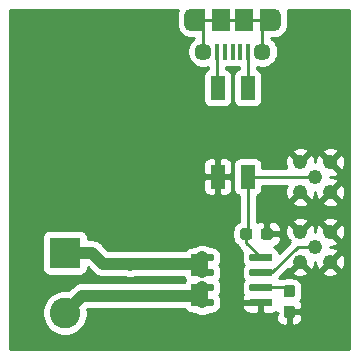
<source format=gtl>
G04 #@! TF.GenerationSoftware,KiCad,Pcbnew,(5.1.5-0)*
G04 #@! TF.CreationDate,2021-08-18T08:54:09-06:00*
G04 #@! TF.ProjectId,imon,696d6f6e-2e6b-4696-9361-645f70636258,rev?*
G04 #@! TF.SameCoordinates,Original*
G04 #@! TF.FileFunction,Copper,L1,Top*
G04 #@! TF.FilePolarity,Positive*
%FSLAX46Y46*%
G04 Gerber Fmt 4.6, Leading zero omitted, Abs format (unit mm)*
G04 Created by KiCad (PCBNEW (5.1.5-0)) date 2021-08-18 08:54:09*
%MOMM*%
%LPD*%
G04 APERTURE LIST*
%ADD10C,0.100000*%
%ADD11C,1.240000*%
%ADD12C,2.600000*%
%ADD13R,2.600000X2.600000*%
%ADD14R,1.200000X1.900000*%
%ADD15O,1.200000X1.900000*%
%ADD16R,1.500000X1.900000*%
%ADD17C,1.450000*%
%ADD18R,0.400000X1.350000*%
%ADD19R,1.200000X2.000000*%
%ADD20C,0.250000*%
%ADD21C,1.000000*%
%ADD22C,0.254000*%
G04 APERTURE END LIST*
G04 #@! TA.AperFunction,SMDPad,CuDef*
D10*
G36*
X142714703Y-91295722D02*
G01*
X142729264Y-91297882D01*
X142743543Y-91301459D01*
X142757403Y-91306418D01*
X142770710Y-91312712D01*
X142783336Y-91320280D01*
X142795159Y-91329048D01*
X142806066Y-91338934D01*
X142815952Y-91349841D01*
X142824720Y-91361664D01*
X142832288Y-91374290D01*
X142838582Y-91387597D01*
X142843541Y-91401457D01*
X142847118Y-91415736D01*
X142849278Y-91430297D01*
X142850000Y-91445000D01*
X142850000Y-91745000D01*
X142849278Y-91759703D01*
X142847118Y-91774264D01*
X142843541Y-91788543D01*
X142838582Y-91802403D01*
X142832288Y-91815710D01*
X142824720Y-91828336D01*
X142815952Y-91840159D01*
X142806066Y-91851066D01*
X142795159Y-91860952D01*
X142783336Y-91869720D01*
X142770710Y-91877288D01*
X142757403Y-91883582D01*
X142743543Y-91888541D01*
X142729264Y-91892118D01*
X142714703Y-91894278D01*
X142700000Y-91895000D01*
X141050000Y-91895000D01*
X141035297Y-91894278D01*
X141020736Y-91892118D01*
X141006457Y-91888541D01*
X140992597Y-91883582D01*
X140979290Y-91877288D01*
X140966664Y-91869720D01*
X140954841Y-91860952D01*
X140943934Y-91851066D01*
X140934048Y-91840159D01*
X140925280Y-91828336D01*
X140917712Y-91815710D01*
X140911418Y-91802403D01*
X140906459Y-91788543D01*
X140902882Y-91774264D01*
X140900722Y-91759703D01*
X140900000Y-91745000D01*
X140900000Y-91445000D01*
X140900722Y-91430297D01*
X140902882Y-91415736D01*
X140906459Y-91401457D01*
X140911418Y-91387597D01*
X140917712Y-91374290D01*
X140925280Y-91361664D01*
X140934048Y-91349841D01*
X140943934Y-91338934D01*
X140954841Y-91329048D01*
X140966664Y-91320280D01*
X140979290Y-91312712D01*
X140992597Y-91306418D01*
X141006457Y-91301459D01*
X141020736Y-91297882D01*
X141035297Y-91295722D01*
X141050000Y-91295000D01*
X142700000Y-91295000D01*
X142714703Y-91295722D01*
G37*
G04 #@! TD.AperFunction*
G04 #@! TA.AperFunction,SMDPad,CuDef*
G36*
X142714703Y-92565722D02*
G01*
X142729264Y-92567882D01*
X142743543Y-92571459D01*
X142757403Y-92576418D01*
X142770710Y-92582712D01*
X142783336Y-92590280D01*
X142795159Y-92599048D01*
X142806066Y-92608934D01*
X142815952Y-92619841D01*
X142824720Y-92631664D01*
X142832288Y-92644290D01*
X142838582Y-92657597D01*
X142843541Y-92671457D01*
X142847118Y-92685736D01*
X142849278Y-92700297D01*
X142850000Y-92715000D01*
X142850000Y-93015000D01*
X142849278Y-93029703D01*
X142847118Y-93044264D01*
X142843541Y-93058543D01*
X142838582Y-93072403D01*
X142832288Y-93085710D01*
X142824720Y-93098336D01*
X142815952Y-93110159D01*
X142806066Y-93121066D01*
X142795159Y-93130952D01*
X142783336Y-93139720D01*
X142770710Y-93147288D01*
X142757403Y-93153582D01*
X142743543Y-93158541D01*
X142729264Y-93162118D01*
X142714703Y-93164278D01*
X142700000Y-93165000D01*
X141050000Y-93165000D01*
X141035297Y-93164278D01*
X141020736Y-93162118D01*
X141006457Y-93158541D01*
X140992597Y-93153582D01*
X140979290Y-93147288D01*
X140966664Y-93139720D01*
X140954841Y-93130952D01*
X140943934Y-93121066D01*
X140934048Y-93110159D01*
X140925280Y-93098336D01*
X140917712Y-93085710D01*
X140911418Y-93072403D01*
X140906459Y-93058543D01*
X140902882Y-93044264D01*
X140900722Y-93029703D01*
X140900000Y-93015000D01*
X140900000Y-92715000D01*
X140900722Y-92700297D01*
X140902882Y-92685736D01*
X140906459Y-92671457D01*
X140911418Y-92657597D01*
X140917712Y-92644290D01*
X140925280Y-92631664D01*
X140934048Y-92619841D01*
X140943934Y-92608934D01*
X140954841Y-92599048D01*
X140966664Y-92590280D01*
X140979290Y-92582712D01*
X140992597Y-92576418D01*
X141006457Y-92571459D01*
X141020736Y-92567882D01*
X141035297Y-92565722D01*
X141050000Y-92565000D01*
X142700000Y-92565000D01*
X142714703Y-92565722D01*
G37*
G04 #@! TD.AperFunction*
G04 #@! TA.AperFunction,SMDPad,CuDef*
G36*
X142714703Y-93835722D02*
G01*
X142729264Y-93837882D01*
X142743543Y-93841459D01*
X142757403Y-93846418D01*
X142770710Y-93852712D01*
X142783336Y-93860280D01*
X142795159Y-93869048D01*
X142806066Y-93878934D01*
X142815952Y-93889841D01*
X142824720Y-93901664D01*
X142832288Y-93914290D01*
X142838582Y-93927597D01*
X142843541Y-93941457D01*
X142847118Y-93955736D01*
X142849278Y-93970297D01*
X142850000Y-93985000D01*
X142850000Y-94285000D01*
X142849278Y-94299703D01*
X142847118Y-94314264D01*
X142843541Y-94328543D01*
X142838582Y-94342403D01*
X142832288Y-94355710D01*
X142824720Y-94368336D01*
X142815952Y-94380159D01*
X142806066Y-94391066D01*
X142795159Y-94400952D01*
X142783336Y-94409720D01*
X142770710Y-94417288D01*
X142757403Y-94423582D01*
X142743543Y-94428541D01*
X142729264Y-94432118D01*
X142714703Y-94434278D01*
X142700000Y-94435000D01*
X141050000Y-94435000D01*
X141035297Y-94434278D01*
X141020736Y-94432118D01*
X141006457Y-94428541D01*
X140992597Y-94423582D01*
X140979290Y-94417288D01*
X140966664Y-94409720D01*
X140954841Y-94400952D01*
X140943934Y-94391066D01*
X140934048Y-94380159D01*
X140925280Y-94368336D01*
X140917712Y-94355710D01*
X140911418Y-94342403D01*
X140906459Y-94328543D01*
X140902882Y-94314264D01*
X140900722Y-94299703D01*
X140900000Y-94285000D01*
X140900000Y-93985000D01*
X140900722Y-93970297D01*
X140902882Y-93955736D01*
X140906459Y-93941457D01*
X140911418Y-93927597D01*
X140917712Y-93914290D01*
X140925280Y-93901664D01*
X140934048Y-93889841D01*
X140943934Y-93878934D01*
X140954841Y-93869048D01*
X140966664Y-93860280D01*
X140979290Y-93852712D01*
X140992597Y-93846418D01*
X141006457Y-93841459D01*
X141020736Y-93837882D01*
X141035297Y-93835722D01*
X141050000Y-93835000D01*
X142700000Y-93835000D01*
X142714703Y-93835722D01*
G37*
G04 #@! TD.AperFunction*
G04 #@! TA.AperFunction,SMDPad,CuDef*
G36*
X142714703Y-95105722D02*
G01*
X142729264Y-95107882D01*
X142743543Y-95111459D01*
X142757403Y-95116418D01*
X142770710Y-95122712D01*
X142783336Y-95130280D01*
X142795159Y-95139048D01*
X142806066Y-95148934D01*
X142815952Y-95159841D01*
X142824720Y-95171664D01*
X142832288Y-95184290D01*
X142838582Y-95197597D01*
X142843541Y-95211457D01*
X142847118Y-95225736D01*
X142849278Y-95240297D01*
X142850000Y-95255000D01*
X142850000Y-95555000D01*
X142849278Y-95569703D01*
X142847118Y-95584264D01*
X142843541Y-95598543D01*
X142838582Y-95612403D01*
X142832288Y-95625710D01*
X142824720Y-95638336D01*
X142815952Y-95650159D01*
X142806066Y-95661066D01*
X142795159Y-95670952D01*
X142783336Y-95679720D01*
X142770710Y-95687288D01*
X142757403Y-95693582D01*
X142743543Y-95698541D01*
X142729264Y-95702118D01*
X142714703Y-95704278D01*
X142700000Y-95705000D01*
X141050000Y-95705000D01*
X141035297Y-95704278D01*
X141020736Y-95702118D01*
X141006457Y-95698541D01*
X140992597Y-95693582D01*
X140979290Y-95687288D01*
X140966664Y-95679720D01*
X140954841Y-95670952D01*
X140943934Y-95661066D01*
X140934048Y-95650159D01*
X140925280Y-95638336D01*
X140917712Y-95625710D01*
X140911418Y-95612403D01*
X140906459Y-95598543D01*
X140902882Y-95584264D01*
X140900722Y-95569703D01*
X140900000Y-95555000D01*
X140900000Y-95255000D01*
X140900722Y-95240297D01*
X140902882Y-95225736D01*
X140906459Y-95211457D01*
X140911418Y-95197597D01*
X140917712Y-95184290D01*
X140925280Y-95171664D01*
X140934048Y-95159841D01*
X140943934Y-95148934D01*
X140954841Y-95139048D01*
X140966664Y-95130280D01*
X140979290Y-95122712D01*
X140992597Y-95116418D01*
X141006457Y-95111459D01*
X141020736Y-95107882D01*
X141035297Y-95105722D01*
X141050000Y-95105000D01*
X142700000Y-95105000D01*
X142714703Y-95105722D01*
G37*
G04 #@! TD.AperFunction*
G04 #@! TA.AperFunction,SMDPad,CuDef*
G36*
X137764703Y-95105722D02*
G01*
X137779264Y-95107882D01*
X137793543Y-95111459D01*
X137807403Y-95116418D01*
X137820710Y-95122712D01*
X137833336Y-95130280D01*
X137845159Y-95139048D01*
X137856066Y-95148934D01*
X137865952Y-95159841D01*
X137874720Y-95171664D01*
X137882288Y-95184290D01*
X137888582Y-95197597D01*
X137893541Y-95211457D01*
X137897118Y-95225736D01*
X137899278Y-95240297D01*
X137900000Y-95255000D01*
X137900000Y-95555000D01*
X137899278Y-95569703D01*
X137897118Y-95584264D01*
X137893541Y-95598543D01*
X137888582Y-95612403D01*
X137882288Y-95625710D01*
X137874720Y-95638336D01*
X137865952Y-95650159D01*
X137856066Y-95661066D01*
X137845159Y-95670952D01*
X137833336Y-95679720D01*
X137820710Y-95687288D01*
X137807403Y-95693582D01*
X137793543Y-95698541D01*
X137779264Y-95702118D01*
X137764703Y-95704278D01*
X137750000Y-95705000D01*
X136100000Y-95705000D01*
X136085297Y-95704278D01*
X136070736Y-95702118D01*
X136056457Y-95698541D01*
X136042597Y-95693582D01*
X136029290Y-95687288D01*
X136016664Y-95679720D01*
X136004841Y-95670952D01*
X135993934Y-95661066D01*
X135984048Y-95650159D01*
X135975280Y-95638336D01*
X135967712Y-95625710D01*
X135961418Y-95612403D01*
X135956459Y-95598543D01*
X135952882Y-95584264D01*
X135950722Y-95569703D01*
X135950000Y-95555000D01*
X135950000Y-95255000D01*
X135950722Y-95240297D01*
X135952882Y-95225736D01*
X135956459Y-95211457D01*
X135961418Y-95197597D01*
X135967712Y-95184290D01*
X135975280Y-95171664D01*
X135984048Y-95159841D01*
X135993934Y-95148934D01*
X136004841Y-95139048D01*
X136016664Y-95130280D01*
X136029290Y-95122712D01*
X136042597Y-95116418D01*
X136056457Y-95111459D01*
X136070736Y-95107882D01*
X136085297Y-95105722D01*
X136100000Y-95105000D01*
X137750000Y-95105000D01*
X137764703Y-95105722D01*
G37*
G04 #@! TD.AperFunction*
G04 #@! TA.AperFunction,SMDPad,CuDef*
G36*
X137764703Y-93835722D02*
G01*
X137779264Y-93837882D01*
X137793543Y-93841459D01*
X137807403Y-93846418D01*
X137820710Y-93852712D01*
X137833336Y-93860280D01*
X137845159Y-93869048D01*
X137856066Y-93878934D01*
X137865952Y-93889841D01*
X137874720Y-93901664D01*
X137882288Y-93914290D01*
X137888582Y-93927597D01*
X137893541Y-93941457D01*
X137897118Y-93955736D01*
X137899278Y-93970297D01*
X137900000Y-93985000D01*
X137900000Y-94285000D01*
X137899278Y-94299703D01*
X137897118Y-94314264D01*
X137893541Y-94328543D01*
X137888582Y-94342403D01*
X137882288Y-94355710D01*
X137874720Y-94368336D01*
X137865952Y-94380159D01*
X137856066Y-94391066D01*
X137845159Y-94400952D01*
X137833336Y-94409720D01*
X137820710Y-94417288D01*
X137807403Y-94423582D01*
X137793543Y-94428541D01*
X137779264Y-94432118D01*
X137764703Y-94434278D01*
X137750000Y-94435000D01*
X136100000Y-94435000D01*
X136085297Y-94434278D01*
X136070736Y-94432118D01*
X136056457Y-94428541D01*
X136042597Y-94423582D01*
X136029290Y-94417288D01*
X136016664Y-94409720D01*
X136004841Y-94400952D01*
X135993934Y-94391066D01*
X135984048Y-94380159D01*
X135975280Y-94368336D01*
X135967712Y-94355710D01*
X135961418Y-94342403D01*
X135956459Y-94328543D01*
X135952882Y-94314264D01*
X135950722Y-94299703D01*
X135950000Y-94285000D01*
X135950000Y-93985000D01*
X135950722Y-93970297D01*
X135952882Y-93955736D01*
X135956459Y-93941457D01*
X135961418Y-93927597D01*
X135967712Y-93914290D01*
X135975280Y-93901664D01*
X135984048Y-93889841D01*
X135993934Y-93878934D01*
X136004841Y-93869048D01*
X136016664Y-93860280D01*
X136029290Y-93852712D01*
X136042597Y-93846418D01*
X136056457Y-93841459D01*
X136070736Y-93837882D01*
X136085297Y-93835722D01*
X136100000Y-93835000D01*
X137750000Y-93835000D01*
X137764703Y-93835722D01*
G37*
G04 #@! TD.AperFunction*
G04 #@! TA.AperFunction,SMDPad,CuDef*
G36*
X137764703Y-92565722D02*
G01*
X137779264Y-92567882D01*
X137793543Y-92571459D01*
X137807403Y-92576418D01*
X137820710Y-92582712D01*
X137833336Y-92590280D01*
X137845159Y-92599048D01*
X137856066Y-92608934D01*
X137865952Y-92619841D01*
X137874720Y-92631664D01*
X137882288Y-92644290D01*
X137888582Y-92657597D01*
X137893541Y-92671457D01*
X137897118Y-92685736D01*
X137899278Y-92700297D01*
X137900000Y-92715000D01*
X137900000Y-93015000D01*
X137899278Y-93029703D01*
X137897118Y-93044264D01*
X137893541Y-93058543D01*
X137888582Y-93072403D01*
X137882288Y-93085710D01*
X137874720Y-93098336D01*
X137865952Y-93110159D01*
X137856066Y-93121066D01*
X137845159Y-93130952D01*
X137833336Y-93139720D01*
X137820710Y-93147288D01*
X137807403Y-93153582D01*
X137793543Y-93158541D01*
X137779264Y-93162118D01*
X137764703Y-93164278D01*
X137750000Y-93165000D01*
X136100000Y-93165000D01*
X136085297Y-93164278D01*
X136070736Y-93162118D01*
X136056457Y-93158541D01*
X136042597Y-93153582D01*
X136029290Y-93147288D01*
X136016664Y-93139720D01*
X136004841Y-93130952D01*
X135993934Y-93121066D01*
X135984048Y-93110159D01*
X135975280Y-93098336D01*
X135967712Y-93085710D01*
X135961418Y-93072403D01*
X135956459Y-93058543D01*
X135952882Y-93044264D01*
X135950722Y-93029703D01*
X135950000Y-93015000D01*
X135950000Y-92715000D01*
X135950722Y-92700297D01*
X135952882Y-92685736D01*
X135956459Y-92671457D01*
X135961418Y-92657597D01*
X135967712Y-92644290D01*
X135975280Y-92631664D01*
X135984048Y-92619841D01*
X135993934Y-92608934D01*
X136004841Y-92599048D01*
X136016664Y-92590280D01*
X136029290Y-92582712D01*
X136042597Y-92576418D01*
X136056457Y-92571459D01*
X136070736Y-92567882D01*
X136085297Y-92565722D01*
X136100000Y-92565000D01*
X137750000Y-92565000D01*
X137764703Y-92565722D01*
G37*
G04 #@! TD.AperFunction*
G04 #@! TA.AperFunction,SMDPad,CuDef*
G36*
X137764703Y-91295722D02*
G01*
X137779264Y-91297882D01*
X137793543Y-91301459D01*
X137807403Y-91306418D01*
X137820710Y-91312712D01*
X137833336Y-91320280D01*
X137845159Y-91329048D01*
X137856066Y-91338934D01*
X137865952Y-91349841D01*
X137874720Y-91361664D01*
X137882288Y-91374290D01*
X137888582Y-91387597D01*
X137893541Y-91401457D01*
X137897118Y-91415736D01*
X137899278Y-91430297D01*
X137900000Y-91445000D01*
X137900000Y-91745000D01*
X137899278Y-91759703D01*
X137897118Y-91774264D01*
X137893541Y-91788543D01*
X137888582Y-91802403D01*
X137882288Y-91815710D01*
X137874720Y-91828336D01*
X137865952Y-91840159D01*
X137856066Y-91851066D01*
X137845159Y-91860952D01*
X137833336Y-91869720D01*
X137820710Y-91877288D01*
X137807403Y-91883582D01*
X137793543Y-91888541D01*
X137779264Y-91892118D01*
X137764703Y-91894278D01*
X137750000Y-91895000D01*
X136100000Y-91895000D01*
X136085297Y-91894278D01*
X136070736Y-91892118D01*
X136056457Y-91888541D01*
X136042597Y-91883582D01*
X136029290Y-91877288D01*
X136016664Y-91869720D01*
X136004841Y-91860952D01*
X135993934Y-91851066D01*
X135984048Y-91840159D01*
X135975280Y-91828336D01*
X135967712Y-91815710D01*
X135961418Y-91802403D01*
X135956459Y-91788543D01*
X135952882Y-91774264D01*
X135950722Y-91759703D01*
X135950000Y-91745000D01*
X135950000Y-91445000D01*
X135950722Y-91430297D01*
X135952882Y-91415736D01*
X135956459Y-91401457D01*
X135961418Y-91387597D01*
X135967712Y-91374290D01*
X135975280Y-91361664D01*
X135984048Y-91349841D01*
X135993934Y-91338934D01*
X136004841Y-91329048D01*
X136016664Y-91320280D01*
X136029290Y-91312712D01*
X136042597Y-91306418D01*
X136056457Y-91301459D01*
X136070736Y-91297882D01*
X136085297Y-91295722D01*
X136100000Y-91295000D01*
X137750000Y-91295000D01*
X137764703Y-91295722D01*
G37*
G04 #@! TD.AperFunction*
D11*
X145230000Y-91970000D03*
X147770000Y-89430000D03*
X147770000Y-91970000D03*
X145230000Y-89430000D03*
X146500000Y-90700000D03*
X145230000Y-86070000D03*
X147770000Y-83530000D03*
X147770000Y-86070000D03*
X145230000Y-83530000D03*
X146500000Y-84800000D03*
D12*
X125300000Y-96280000D03*
D13*
X125300000Y-91200000D03*
D14*
X142400000Y-71462500D03*
X136600000Y-71462500D03*
D15*
X136000000Y-71462500D03*
X143000000Y-71462500D03*
D16*
X140500000Y-71462500D03*
D17*
X137000000Y-74162500D03*
D18*
X139500000Y-74162500D03*
X138850000Y-74162500D03*
X138200000Y-74162500D03*
X140800000Y-74162500D03*
X140150000Y-74162500D03*
D17*
X142000000Y-74162500D03*
D16*
X138500000Y-71462500D03*
D19*
X140770000Y-84750000D03*
X138230000Y-84750000D03*
X138230000Y-77250000D03*
X140770000Y-77250000D03*
G04 #@! TA.AperFunction,SMDPad,CuDef*
D10*
G36*
X142710779Y-89126144D02*
G01*
X142733834Y-89129563D01*
X142756443Y-89135227D01*
X142778387Y-89143079D01*
X142799457Y-89153044D01*
X142819448Y-89165026D01*
X142838168Y-89178910D01*
X142855438Y-89194562D01*
X142871090Y-89211832D01*
X142884974Y-89230552D01*
X142896956Y-89250543D01*
X142906921Y-89271613D01*
X142914773Y-89293557D01*
X142920437Y-89316166D01*
X142923856Y-89339221D01*
X142925000Y-89362500D01*
X142925000Y-89837500D01*
X142923856Y-89860779D01*
X142920437Y-89883834D01*
X142914773Y-89906443D01*
X142906921Y-89928387D01*
X142896956Y-89949457D01*
X142884974Y-89969448D01*
X142871090Y-89988168D01*
X142855438Y-90005438D01*
X142838168Y-90021090D01*
X142819448Y-90034974D01*
X142799457Y-90046956D01*
X142778387Y-90056921D01*
X142756443Y-90064773D01*
X142733834Y-90070437D01*
X142710779Y-90073856D01*
X142687500Y-90075000D01*
X142112500Y-90075000D01*
X142089221Y-90073856D01*
X142066166Y-90070437D01*
X142043557Y-90064773D01*
X142021613Y-90056921D01*
X142000543Y-90046956D01*
X141980552Y-90034974D01*
X141961832Y-90021090D01*
X141944562Y-90005438D01*
X141928910Y-89988168D01*
X141915026Y-89969448D01*
X141903044Y-89949457D01*
X141893079Y-89928387D01*
X141885227Y-89906443D01*
X141879563Y-89883834D01*
X141876144Y-89860779D01*
X141875000Y-89837500D01*
X141875000Y-89362500D01*
X141876144Y-89339221D01*
X141879563Y-89316166D01*
X141885227Y-89293557D01*
X141893079Y-89271613D01*
X141903044Y-89250543D01*
X141915026Y-89230552D01*
X141928910Y-89211832D01*
X141944562Y-89194562D01*
X141961832Y-89178910D01*
X141980552Y-89165026D01*
X142000543Y-89153044D01*
X142021613Y-89143079D01*
X142043557Y-89135227D01*
X142066166Y-89129563D01*
X142089221Y-89126144D01*
X142112500Y-89125000D01*
X142687500Y-89125000D01*
X142710779Y-89126144D01*
G37*
G04 #@! TD.AperFunction*
G04 #@! TA.AperFunction,SMDPad,CuDef*
G36*
X140960779Y-89126144D02*
G01*
X140983834Y-89129563D01*
X141006443Y-89135227D01*
X141028387Y-89143079D01*
X141049457Y-89153044D01*
X141069448Y-89165026D01*
X141088168Y-89178910D01*
X141105438Y-89194562D01*
X141121090Y-89211832D01*
X141134974Y-89230552D01*
X141146956Y-89250543D01*
X141156921Y-89271613D01*
X141164773Y-89293557D01*
X141170437Y-89316166D01*
X141173856Y-89339221D01*
X141175000Y-89362500D01*
X141175000Y-89837500D01*
X141173856Y-89860779D01*
X141170437Y-89883834D01*
X141164773Y-89906443D01*
X141156921Y-89928387D01*
X141146956Y-89949457D01*
X141134974Y-89969448D01*
X141121090Y-89988168D01*
X141105438Y-90005438D01*
X141088168Y-90021090D01*
X141069448Y-90034974D01*
X141049457Y-90046956D01*
X141028387Y-90056921D01*
X141006443Y-90064773D01*
X140983834Y-90070437D01*
X140960779Y-90073856D01*
X140937500Y-90075000D01*
X140362500Y-90075000D01*
X140339221Y-90073856D01*
X140316166Y-90070437D01*
X140293557Y-90064773D01*
X140271613Y-90056921D01*
X140250543Y-90046956D01*
X140230552Y-90034974D01*
X140211832Y-90021090D01*
X140194562Y-90005438D01*
X140178910Y-89988168D01*
X140165026Y-89969448D01*
X140153044Y-89949457D01*
X140143079Y-89928387D01*
X140135227Y-89906443D01*
X140129563Y-89883834D01*
X140126144Y-89860779D01*
X140125000Y-89837500D01*
X140125000Y-89362500D01*
X140126144Y-89339221D01*
X140129563Y-89316166D01*
X140135227Y-89293557D01*
X140143079Y-89271613D01*
X140153044Y-89250543D01*
X140165026Y-89230552D01*
X140178910Y-89211832D01*
X140194562Y-89194562D01*
X140211832Y-89178910D01*
X140230552Y-89165026D01*
X140250543Y-89153044D01*
X140271613Y-89143079D01*
X140293557Y-89135227D01*
X140316166Y-89129563D01*
X140339221Y-89126144D01*
X140362500Y-89125000D01*
X140937500Y-89125000D01*
X140960779Y-89126144D01*
G37*
G04 #@! TD.AperFunction*
G04 #@! TA.AperFunction,SMDPad,CuDef*
G36*
X144560779Y-95676144D02*
G01*
X144583834Y-95679563D01*
X144606443Y-95685227D01*
X144628387Y-95693079D01*
X144649457Y-95703044D01*
X144669448Y-95715026D01*
X144688168Y-95728910D01*
X144705438Y-95744562D01*
X144721090Y-95761832D01*
X144734974Y-95780552D01*
X144746956Y-95800543D01*
X144756921Y-95821613D01*
X144764773Y-95843557D01*
X144770437Y-95866166D01*
X144773856Y-95889221D01*
X144775000Y-95912500D01*
X144775000Y-96487500D01*
X144773856Y-96510779D01*
X144770437Y-96533834D01*
X144764773Y-96556443D01*
X144756921Y-96578387D01*
X144746956Y-96599457D01*
X144734974Y-96619448D01*
X144721090Y-96638168D01*
X144705438Y-96655438D01*
X144688168Y-96671090D01*
X144669448Y-96684974D01*
X144649457Y-96696956D01*
X144628387Y-96706921D01*
X144606443Y-96714773D01*
X144583834Y-96720437D01*
X144560779Y-96723856D01*
X144537500Y-96725000D01*
X144062500Y-96725000D01*
X144039221Y-96723856D01*
X144016166Y-96720437D01*
X143993557Y-96714773D01*
X143971613Y-96706921D01*
X143950543Y-96696956D01*
X143930552Y-96684974D01*
X143911832Y-96671090D01*
X143894562Y-96655438D01*
X143878910Y-96638168D01*
X143865026Y-96619448D01*
X143853044Y-96599457D01*
X143843079Y-96578387D01*
X143835227Y-96556443D01*
X143829563Y-96533834D01*
X143826144Y-96510779D01*
X143825000Y-96487500D01*
X143825000Y-95912500D01*
X143826144Y-95889221D01*
X143829563Y-95866166D01*
X143835227Y-95843557D01*
X143843079Y-95821613D01*
X143853044Y-95800543D01*
X143865026Y-95780552D01*
X143878910Y-95761832D01*
X143894562Y-95744562D01*
X143911832Y-95728910D01*
X143930552Y-95715026D01*
X143950543Y-95703044D01*
X143971613Y-95693079D01*
X143993557Y-95685227D01*
X144016166Y-95679563D01*
X144039221Y-95676144D01*
X144062500Y-95675000D01*
X144537500Y-95675000D01*
X144560779Y-95676144D01*
G37*
G04 #@! TD.AperFunction*
G04 #@! TA.AperFunction,SMDPad,CuDef*
G36*
X144560779Y-93926144D02*
G01*
X144583834Y-93929563D01*
X144606443Y-93935227D01*
X144628387Y-93943079D01*
X144649457Y-93953044D01*
X144669448Y-93965026D01*
X144688168Y-93978910D01*
X144705438Y-93994562D01*
X144721090Y-94011832D01*
X144734974Y-94030552D01*
X144746956Y-94050543D01*
X144756921Y-94071613D01*
X144764773Y-94093557D01*
X144770437Y-94116166D01*
X144773856Y-94139221D01*
X144775000Y-94162500D01*
X144775000Y-94737500D01*
X144773856Y-94760779D01*
X144770437Y-94783834D01*
X144764773Y-94806443D01*
X144756921Y-94828387D01*
X144746956Y-94849457D01*
X144734974Y-94869448D01*
X144721090Y-94888168D01*
X144705438Y-94905438D01*
X144688168Y-94921090D01*
X144669448Y-94934974D01*
X144649457Y-94946956D01*
X144628387Y-94956921D01*
X144606443Y-94964773D01*
X144583834Y-94970437D01*
X144560779Y-94973856D01*
X144537500Y-94975000D01*
X144062500Y-94975000D01*
X144039221Y-94973856D01*
X144016166Y-94970437D01*
X143993557Y-94964773D01*
X143971613Y-94956921D01*
X143950543Y-94946956D01*
X143930552Y-94934974D01*
X143911832Y-94921090D01*
X143894562Y-94905438D01*
X143878910Y-94888168D01*
X143865026Y-94869448D01*
X143853044Y-94849457D01*
X143843079Y-94828387D01*
X143835227Y-94806443D01*
X143829563Y-94783834D01*
X143826144Y-94760779D01*
X143825000Y-94737500D01*
X143825000Y-94162500D01*
X143826144Y-94139221D01*
X143829563Y-94116166D01*
X143835227Y-94093557D01*
X143843079Y-94071613D01*
X143853044Y-94050543D01*
X143865026Y-94030552D01*
X143878910Y-94011832D01*
X143894562Y-93994562D01*
X143911832Y-93978910D01*
X143930552Y-93965026D01*
X143950543Y-93953044D01*
X143971613Y-93943079D01*
X143993557Y-93935227D01*
X144016166Y-93929563D01*
X144039221Y-93926144D01*
X144062500Y-93925000D01*
X144537500Y-93925000D01*
X144560779Y-93926144D01*
G37*
G04 #@! TD.AperFunction*
D20*
X143985000Y-94135000D02*
X144300000Y-94450000D01*
X141875000Y-94135000D02*
X143985000Y-94135000D01*
X140770000Y-89480000D02*
X140650000Y-89600000D01*
X140770000Y-84750000D02*
X140770000Y-89480000D01*
X140650000Y-90370000D02*
X141875000Y-91595000D01*
X140650000Y-89600000D02*
X140650000Y-90370000D01*
X146450000Y-84750000D02*
X146500000Y-84800000D01*
X140770000Y-84750000D02*
X146450000Y-84750000D01*
X140800000Y-77220000D02*
X140770000Y-77250000D01*
X140800000Y-74162500D02*
X140800000Y-77220000D01*
X136850000Y-71462500D02*
X136000000Y-71462500D01*
X137000000Y-71612500D02*
X136850000Y-71462500D01*
X137000000Y-74162500D02*
X137000000Y-71612500D01*
X142150000Y-71462500D02*
X143000000Y-71462500D01*
X142000000Y-71612500D02*
X142150000Y-71462500D01*
X142000000Y-74162500D02*
X142000000Y-71612500D01*
X136600000Y-71462500D02*
X142400000Y-71462500D01*
D21*
X136925000Y-94825000D02*
X131025000Y-94825000D01*
X136925000Y-94135000D02*
X136925000Y-94825000D01*
X136925000Y-94825000D02*
X136925000Y-95405000D01*
X126755000Y-94825000D02*
X131025000Y-94825000D01*
X125300000Y-96280000D02*
X126755000Y-94825000D01*
X136925000Y-92125000D02*
X130925000Y-92125000D01*
X136925000Y-92865000D02*
X136925000Y-92125000D01*
X136925000Y-92125000D02*
X136925000Y-91595000D01*
X130925000Y-92125000D02*
X130850000Y-92200000D01*
X127600000Y-91200000D02*
X128525000Y-92125000D01*
X128525000Y-92125000D02*
X130925000Y-92125000D01*
X125300000Y-91200000D02*
X127600000Y-91200000D01*
D20*
X145623188Y-90700000D02*
X146500000Y-90700000D01*
X145015000Y-90700000D02*
X145623188Y-90700000D01*
X142850000Y-92865000D02*
X145015000Y-90700000D01*
X141875000Y-92865000D02*
X142850000Y-92865000D01*
X138200000Y-77220000D02*
X138230000Y-77250000D01*
X138200000Y-74162500D02*
X138200000Y-77220000D01*
D22*
G36*
X134782870Y-70870398D02*
G01*
X134765000Y-71051835D01*
X134765000Y-71873164D01*
X134782870Y-72054601D01*
X134853489Y-72287400D01*
X134968167Y-72501948D01*
X135122498Y-72690002D01*
X135310551Y-72844333D01*
X135525099Y-72959011D01*
X135757898Y-73029630D01*
X136000000Y-73053475D01*
X136029474Y-73050572D01*
X136216183Y-73050572D01*
X136133051Y-73106119D01*
X135943619Y-73295551D01*
X135794784Y-73518299D01*
X135692264Y-73765803D01*
X135640000Y-74028552D01*
X135640000Y-74296448D01*
X135692264Y-74559197D01*
X135794784Y-74806701D01*
X135943619Y-75029449D01*
X136133051Y-75218881D01*
X136355799Y-75367716D01*
X136603303Y-75470236D01*
X136866052Y-75522500D01*
X137133948Y-75522500D01*
X137396697Y-75470236D01*
X137440000Y-75452299D01*
X137440000Y-75644063D01*
X137385820Y-75660498D01*
X137275506Y-75719463D01*
X137178815Y-75798815D01*
X137099463Y-75895506D01*
X137040498Y-76005820D01*
X137004188Y-76125518D01*
X136991928Y-76250000D01*
X136991928Y-78250000D01*
X137004188Y-78374482D01*
X137040498Y-78494180D01*
X137099463Y-78604494D01*
X137178815Y-78701185D01*
X137275506Y-78780537D01*
X137385820Y-78839502D01*
X137505518Y-78875812D01*
X137630000Y-78888072D01*
X138830000Y-78888072D01*
X138954482Y-78875812D01*
X139074180Y-78839502D01*
X139184494Y-78780537D01*
X139281185Y-78701185D01*
X139360537Y-78604494D01*
X139419502Y-78494180D01*
X139455812Y-78374482D01*
X139468072Y-78250000D01*
X139468072Y-76250000D01*
X139455812Y-76125518D01*
X139419502Y-76005820D01*
X139360537Y-75895506D01*
X139281185Y-75798815D01*
X139184494Y-75719463D01*
X139074180Y-75660498D01*
X138960000Y-75625862D01*
X138960000Y-75475572D01*
X139050000Y-75475572D01*
X139174482Y-75463312D01*
X139175000Y-75463155D01*
X139175518Y-75463312D01*
X139300000Y-75475572D01*
X139700000Y-75475572D01*
X139824482Y-75463312D01*
X139825000Y-75463155D01*
X139825518Y-75463312D01*
X139950000Y-75475572D01*
X140040000Y-75475572D01*
X140040000Y-75625862D01*
X139925820Y-75660498D01*
X139815506Y-75719463D01*
X139718815Y-75798815D01*
X139639463Y-75895506D01*
X139580498Y-76005820D01*
X139544188Y-76125518D01*
X139531928Y-76250000D01*
X139531928Y-78250000D01*
X139544188Y-78374482D01*
X139580498Y-78494180D01*
X139639463Y-78604494D01*
X139718815Y-78701185D01*
X139815506Y-78780537D01*
X139925820Y-78839502D01*
X140045518Y-78875812D01*
X140170000Y-78888072D01*
X141370000Y-78888072D01*
X141494482Y-78875812D01*
X141614180Y-78839502D01*
X141724494Y-78780537D01*
X141821185Y-78701185D01*
X141900537Y-78604494D01*
X141959502Y-78494180D01*
X141995812Y-78374482D01*
X142008072Y-78250000D01*
X142008072Y-76250000D01*
X141995812Y-76125518D01*
X141959502Y-76005820D01*
X141900537Y-75895506D01*
X141821185Y-75798815D01*
X141724494Y-75719463D01*
X141614180Y-75660498D01*
X141560000Y-75644063D01*
X141560000Y-75452299D01*
X141603303Y-75470236D01*
X141866052Y-75522500D01*
X142133948Y-75522500D01*
X142396697Y-75470236D01*
X142644201Y-75367716D01*
X142866949Y-75218881D01*
X143056381Y-75029449D01*
X143205216Y-74806701D01*
X143307736Y-74559197D01*
X143360000Y-74296448D01*
X143360000Y-74028552D01*
X143307736Y-73765803D01*
X143205216Y-73518299D01*
X143056381Y-73295551D01*
X142866949Y-73106119D01*
X142783817Y-73050572D01*
X142970526Y-73050572D01*
X143000000Y-73053475D01*
X143242102Y-73029630D01*
X143474901Y-72959011D01*
X143689449Y-72844333D01*
X143877502Y-72690002D01*
X144031833Y-72501949D01*
X144146511Y-72287401D01*
X144217130Y-72054601D01*
X144235000Y-71873164D01*
X144235000Y-71051835D01*
X144217130Y-70870398D01*
X144153306Y-70660000D01*
X149340000Y-70660000D01*
X149340001Y-99340000D01*
X120660000Y-99340000D01*
X120660000Y-89900000D01*
X123361928Y-89900000D01*
X123361928Y-92500000D01*
X123374188Y-92624482D01*
X123410498Y-92744180D01*
X123469463Y-92854494D01*
X123548815Y-92951185D01*
X123645506Y-93030537D01*
X123755820Y-93089502D01*
X123875518Y-93125812D01*
X124000000Y-93138072D01*
X126600000Y-93138072D01*
X126724482Y-93125812D01*
X126844180Y-93089502D01*
X126954494Y-93030537D01*
X127051185Y-92951185D01*
X127130537Y-92854494D01*
X127189502Y-92744180D01*
X127225812Y-92624482D01*
X127238072Y-92500000D01*
X127238072Y-92443204D01*
X127683013Y-92888145D01*
X127718551Y-92931449D01*
X127761854Y-92966987D01*
X127761856Y-92966989D01*
X127809937Y-93006448D01*
X127891377Y-93073284D01*
X128088553Y-93178676D01*
X128302501Y-93243577D01*
X128437936Y-93256916D01*
X128525000Y-93265491D01*
X128580752Y-93260000D01*
X130434401Y-93260000D01*
X130627502Y-93318577D01*
X130850000Y-93340491D01*
X131072498Y-93318577D01*
X131265599Y-93260000D01*
X135354752Y-93260000D01*
X135371916Y-93316582D01*
X135444742Y-93452829D01*
X135483454Y-93500000D01*
X135444742Y-93547171D01*
X135371916Y-93683418D01*
X135369919Y-93690000D01*
X126810752Y-93690000D01*
X126755000Y-93684509D01*
X126532501Y-93706423D01*
X126318553Y-93771324D01*
X126121377Y-93876716D01*
X125991856Y-93983011D01*
X125991854Y-93983013D01*
X125948551Y-94018551D01*
X125913013Y-94061854D01*
X125606758Y-94368109D01*
X125490581Y-94345000D01*
X125109419Y-94345000D01*
X124735581Y-94419361D01*
X124383434Y-94565225D01*
X124066509Y-94776987D01*
X123796987Y-95046509D01*
X123585225Y-95363434D01*
X123439361Y-95715581D01*
X123365000Y-96089419D01*
X123365000Y-96470581D01*
X123439361Y-96844419D01*
X123585225Y-97196566D01*
X123796987Y-97513491D01*
X124066509Y-97783013D01*
X124383434Y-97994775D01*
X124735581Y-98140639D01*
X125109419Y-98215000D01*
X125490581Y-98215000D01*
X125864419Y-98140639D01*
X126216566Y-97994775D01*
X126533491Y-97783013D01*
X126803013Y-97513491D01*
X127014775Y-97196566D01*
X127160639Y-96844419D01*
X127235000Y-96470581D01*
X127235000Y-96089419D01*
X127211891Y-95973242D01*
X127225133Y-95960000D01*
X135427194Y-95960000D01*
X135444742Y-95992829D01*
X135542749Y-96112251D01*
X135662171Y-96210258D01*
X135798418Y-96283084D01*
X135946255Y-96327929D01*
X136100000Y-96343072D01*
X136278935Y-96343072D01*
X136291378Y-96353284D01*
X136488554Y-96458676D01*
X136702502Y-96523577D01*
X136925000Y-96545491D01*
X137147499Y-96523577D01*
X137361447Y-96458676D01*
X137558623Y-96353284D01*
X137571066Y-96343072D01*
X137750000Y-96343072D01*
X137903745Y-96327929D01*
X138051582Y-96283084D01*
X138187829Y-96210258D01*
X138307251Y-96112251D01*
X138405258Y-95992829D01*
X138478084Y-95856582D01*
X138522929Y-95708745D01*
X138523297Y-95705000D01*
X140261928Y-95705000D01*
X140274188Y-95829482D01*
X140310498Y-95949180D01*
X140369463Y-96059494D01*
X140448815Y-96156185D01*
X140545506Y-96235537D01*
X140655820Y-96294502D01*
X140775518Y-96330812D01*
X140900000Y-96343072D01*
X141589250Y-96340000D01*
X141748000Y-96181250D01*
X141748000Y-95532000D01*
X140423750Y-95532000D01*
X140265000Y-95690750D01*
X140261928Y-95705000D01*
X138523297Y-95705000D01*
X138538072Y-95555000D01*
X138538072Y-95255000D01*
X138522929Y-95101255D01*
X138478084Y-94953418D01*
X138405258Y-94817171D01*
X138366546Y-94770000D01*
X138405258Y-94722829D01*
X138478084Y-94586582D01*
X138522929Y-94438745D01*
X138538072Y-94285000D01*
X138538072Y-93985000D01*
X138522929Y-93831255D01*
X138478084Y-93683418D01*
X138405258Y-93547171D01*
X138366546Y-93500000D01*
X138405258Y-93452829D01*
X138478084Y-93316582D01*
X138522929Y-93168745D01*
X138538072Y-93015000D01*
X138538072Y-92715000D01*
X138522929Y-92561255D01*
X138478084Y-92413418D01*
X138405258Y-92277171D01*
X138366546Y-92230000D01*
X138405258Y-92182829D01*
X138478084Y-92046582D01*
X138522929Y-91898745D01*
X138538072Y-91745000D01*
X138538072Y-91445000D01*
X138522929Y-91291255D01*
X138478084Y-91143418D01*
X138405258Y-91007171D01*
X138307251Y-90887749D01*
X138187829Y-90789742D01*
X138051582Y-90716916D01*
X137903745Y-90672071D01*
X137750000Y-90656928D01*
X137571066Y-90656928D01*
X137558623Y-90646716D01*
X137361447Y-90541324D01*
X137147499Y-90476423D01*
X136925000Y-90454509D01*
X136702502Y-90476423D01*
X136488554Y-90541324D01*
X136291378Y-90646716D01*
X136278935Y-90656928D01*
X136100000Y-90656928D01*
X135946255Y-90672071D01*
X135798418Y-90716916D01*
X135662171Y-90789742D01*
X135542749Y-90887749D01*
X135458834Y-90990000D01*
X130980751Y-90990000D01*
X130924999Y-90984509D01*
X130869248Y-90990000D01*
X128995132Y-90990000D01*
X128441995Y-90436864D01*
X128406449Y-90393551D01*
X128233623Y-90251716D01*
X128036447Y-90146324D01*
X127822499Y-90081423D01*
X127655752Y-90065000D01*
X127655751Y-90065000D01*
X127600000Y-90059509D01*
X127544249Y-90065000D01*
X127238072Y-90065000D01*
X127238072Y-89900000D01*
X127225812Y-89775518D01*
X127189502Y-89655820D01*
X127130537Y-89545506D01*
X127051185Y-89448815D01*
X126954494Y-89369463D01*
X126941468Y-89362500D01*
X139486928Y-89362500D01*
X139486928Y-89837500D01*
X139503752Y-90008316D01*
X139553577Y-90172567D01*
X139634488Y-90323942D01*
X139743377Y-90456623D01*
X139876058Y-90565512D01*
X139922668Y-90590425D01*
X139927252Y-90605537D01*
X139944454Y-90662246D01*
X140015026Y-90794276D01*
X140059926Y-90848986D01*
X140110000Y-90910001D01*
X140138998Y-90933799D01*
X140331217Y-91126018D01*
X140321916Y-91143418D01*
X140277071Y-91291255D01*
X140261928Y-91445000D01*
X140261928Y-91745000D01*
X140277071Y-91898745D01*
X140321916Y-92046582D01*
X140394742Y-92182829D01*
X140433454Y-92230000D01*
X140394742Y-92277171D01*
X140321916Y-92413418D01*
X140277071Y-92561255D01*
X140261928Y-92715000D01*
X140261928Y-93015000D01*
X140277071Y-93168745D01*
X140321916Y-93316582D01*
X140394742Y-93452829D01*
X140433454Y-93500000D01*
X140394742Y-93547171D01*
X140321916Y-93683418D01*
X140277071Y-93831255D01*
X140261928Y-93985000D01*
X140261928Y-94285000D01*
X140277071Y-94438745D01*
X140321916Y-94586582D01*
X140393730Y-94720936D01*
X140369463Y-94750506D01*
X140310498Y-94860820D01*
X140274188Y-94980518D01*
X140261928Y-95105000D01*
X140265000Y-95119250D01*
X140423750Y-95278000D01*
X141748000Y-95278000D01*
X141748000Y-95258000D01*
X142002000Y-95258000D01*
X142002000Y-95278000D01*
X142022000Y-95278000D01*
X142022000Y-95532000D01*
X142002000Y-95532000D01*
X142002000Y-96181250D01*
X142160750Y-96340000D01*
X142850000Y-96343072D01*
X142974482Y-96330812D01*
X143094180Y-96294502D01*
X143190000Y-96243284D01*
X143190000Y-96327002D01*
X143348748Y-96327002D01*
X143190000Y-96485750D01*
X143186928Y-96725000D01*
X143199188Y-96849482D01*
X143235498Y-96969180D01*
X143294463Y-97079494D01*
X143373815Y-97176185D01*
X143470506Y-97255537D01*
X143580820Y-97314502D01*
X143700518Y-97350812D01*
X143825000Y-97363072D01*
X144014250Y-97360000D01*
X144173000Y-97201250D01*
X144173000Y-96327000D01*
X144427000Y-96327000D01*
X144427000Y-97201250D01*
X144585750Y-97360000D01*
X144775000Y-97363072D01*
X144899482Y-97350812D01*
X145019180Y-97314502D01*
X145129494Y-97255537D01*
X145226185Y-97176185D01*
X145305537Y-97079494D01*
X145364502Y-96969180D01*
X145400812Y-96849482D01*
X145413072Y-96725000D01*
X145410000Y-96485750D01*
X145251250Y-96327000D01*
X144427000Y-96327000D01*
X144173000Y-96327000D01*
X144153000Y-96327000D01*
X144153000Y-96073000D01*
X144173000Y-96073000D01*
X144173000Y-96053000D01*
X144427000Y-96053000D01*
X144427000Y-96073000D01*
X145251250Y-96073000D01*
X145410000Y-95914250D01*
X145413072Y-95675000D01*
X145400812Y-95550518D01*
X145364502Y-95430820D01*
X145305537Y-95320506D01*
X145245901Y-95247839D01*
X145265512Y-95223942D01*
X145346423Y-95072567D01*
X145396248Y-94908316D01*
X145413072Y-94737500D01*
X145413072Y-94162500D01*
X145396248Y-93991684D01*
X145346423Y-93827433D01*
X145265512Y-93676058D01*
X145156623Y-93543377D01*
X145023942Y-93434488D01*
X144872567Y-93353577D01*
X144708316Y-93303752D01*
X144537500Y-93286928D01*
X144062500Y-93286928D01*
X143891684Y-93303752D01*
X143727433Y-93353577D01*
X143687353Y-93375000D01*
X143414801Y-93375000D01*
X143955729Y-92834072D01*
X144545533Y-92834072D01*
X144595274Y-93059691D01*
X144820058Y-93162582D01*
X145060596Y-93219642D01*
X145307645Y-93228680D01*
X145551709Y-93189347D01*
X145783410Y-93103156D01*
X145864726Y-93059691D01*
X145914467Y-92834072D01*
X147085533Y-92834072D01*
X147135274Y-93059691D01*
X147360058Y-93162582D01*
X147600596Y-93219642D01*
X147847645Y-93228680D01*
X148091709Y-93189347D01*
X148323410Y-93103156D01*
X148404726Y-93059691D01*
X148454467Y-92834072D01*
X147770000Y-92149605D01*
X147085533Y-92834072D01*
X145914467Y-92834072D01*
X145230000Y-92149605D01*
X144545533Y-92834072D01*
X143955729Y-92834072D01*
X144176989Y-92612813D01*
X144365928Y-92654467D01*
X145050395Y-91970000D01*
X145036253Y-91955858D01*
X145215858Y-91776253D01*
X145230000Y-91790395D01*
X145244143Y-91776253D01*
X145423748Y-91955858D01*
X145409605Y-91970000D01*
X146094072Y-92654467D01*
X146319691Y-92604726D01*
X146422582Y-92379942D01*
X146479642Y-92139404D01*
X146486388Y-91955000D01*
X146514709Y-91955000D01*
X146511320Y-92047645D01*
X146550653Y-92291709D01*
X146636844Y-92523410D01*
X146680309Y-92604726D01*
X146905928Y-92654467D01*
X147590395Y-91970000D01*
X147949605Y-91970000D01*
X148634072Y-92654467D01*
X148859691Y-92604726D01*
X148962582Y-92379942D01*
X149019642Y-92139404D01*
X149028680Y-91892355D01*
X148989347Y-91648291D01*
X148903156Y-91416590D01*
X148859691Y-91335274D01*
X148634072Y-91285533D01*
X147949605Y-91970000D01*
X147590395Y-91970000D01*
X147576253Y-91955858D01*
X147755858Y-91776253D01*
X147770000Y-91790395D01*
X148454467Y-91105928D01*
X148404726Y-90880309D01*
X148179942Y-90777418D01*
X147939404Y-90720358D01*
X147755000Y-90713612D01*
X147755000Y-90685291D01*
X147847645Y-90688680D01*
X148091709Y-90649347D01*
X148323410Y-90563156D01*
X148404726Y-90519691D01*
X148454467Y-90294072D01*
X147770000Y-89609605D01*
X147755858Y-89623748D01*
X147576253Y-89444143D01*
X147590395Y-89430000D01*
X147949605Y-89430000D01*
X148634072Y-90114467D01*
X148859691Y-90064726D01*
X148962582Y-89839942D01*
X149019642Y-89599404D01*
X149028680Y-89352355D01*
X148989347Y-89108291D01*
X148903156Y-88876590D01*
X148859691Y-88795274D01*
X148634072Y-88745533D01*
X147949605Y-89430000D01*
X147590395Y-89430000D01*
X146905928Y-88745533D01*
X146680309Y-88795274D01*
X146577418Y-89020058D01*
X146520358Y-89260596D01*
X146513612Y-89445000D01*
X146485291Y-89445000D01*
X146488680Y-89352355D01*
X146449347Y-89108291D01*
X146363156Y-88876590D01*
X146319691Y-88795274D01*
X146094072Y-88745533D01*
X145409605Y-89430000D01*
X145423748Y-89444143D01*
X145244143Y-89623748D01*
X145230000Y-89609605D01*
X145215858Y-89623748D01*
X145036253Y-89444143D01*
X145050395Y-89430000D01*
X144365928Y-88745533D01*
X144140309Y-88795274D01*
X144037418Y-89020058D01*
X143980358Y-89260596D01*
X143971320Y-89507645D01*
X144010653Y-89751709D01*
X144096844Y-89983410D01*
X144140309Y-90064726D01*
X144365926Y-90114466D01*
X144248918Y-90231474D01*
X144328821Y-90311377D01*
X143444072Y-91196126D01*
X143428084Y-91143418D01*
X143355258Y-91007171D01*
X143257251Y-90887749D01*
X143137829Y-90789742D01*
X143001582Y-90716916D01*
X142973246Y-90708320D01*
X143049482Y-90700812D01*
X143169180Y-90664502D01*
X143279494Y-90605537D01*
X143376185Y-90526185D01*
X143455537Y-90429494D01*
X143514502Y-90319180D01*
X143550812Y-90199482D01*
X143563072Y-90075000D01*
X143560000Y-89885750D01*
X143401250Y-89727000D01*
X142527000Y-89727000D01*
X142527000Y-89747000D01*
X142273000Y-89747000D01*
X142273000Y-89727000D01*
X142253000Y-89727000D01*
X142253000Y-89473000D01*
X142273000Y-89473000D01*
X142273000Y-88648750D01*
X142527000Y-88648750D01*
X142527000Y-89473000D01*
X143401250Y-89473000D01*
X143560000Y-89314250D01*
X143563072Y-89125000D01*
X143550812Y-89000518D01*
X143514502Y-88880820D01*
X143455537Y-88770506D01*
X143376185Y-88673815D01*
X143279494Y-88594463D01*
X143226110Y-88565928D01*
X144545533Y-88565928D01*
X145230000Y-89250395D01*
X145914467Y-88565928D01*
X147085533Y-88565928D01*
X147770000Y-89250395D01*
X148454467Y-88565928D01*
X148404726Y-88340309D01*
X148179942Y-88237418D01*
X147939404Y-88180358D01*
X147692355Y-88171320D01*
X147448291Y-88210653D01*
X147216590Y-88296844D01*
X147135274Y-88340309D01*
X147085533Y-88565928D01*
X145914467Y-88565928D01*
X145864726Y-88340309D01*
X145639942Y-88237418D01*
X145399404Y-88180358D01*
X145152355Y-88171320D01*
X144908291Y-88210653D01*
X144676590Y-88296844D01*
X144595274Y-88340309D01*
X144545533Y-88565928D01*
X143226110Y-88565928D01*
X143169180Y-88535498D01*
X143049482Y-88499188D01*
X142925000Y-88486928D01*
X142685750Y-88490000D01*
X142527000Y-88648750D01*
X142273000Y-88648750D01*
X142114250Y-88490000D01*
X141875000Y-88486928D01*
X141750518Y-88499188D01*
X141630820Y-88535498D01*
X141530000Y-88589388D01*
X141530000Y-86934072D01*
X144545533Y-86934072D01*
X144595274Y-87159691D01*
X144820058Y-87262582D01*
X145060596Y-87319642D01*
X145307645Y-87328680D01*
X145551709Y-87289347D01*
X145783410Y-87203156D01*
X145864726Y-87159691D01*
X145914467Y-86934072D01*
X147085533Y-86934072D01*
X147135274Y-87159691D01*
X147360058Y-87262582D01*
X147600596Y-87319642D01*
X147847645Y-87328680D01*
X148091709Y-87289347D01*
X148323410Y-87203156D01*
X148404726Y-87159691D01*
X148454467Y-86934072D01*
X147770000Y-86249605D01*
X147085533Y-86934072D01*
X145914467Y-86934072D01*
X145230000Y-86249605D01*
X144545533Y-86934072D01*
X141530000Y-86934072D01*
X141530000Y-86365038D01*
X141614180Y-86339502D01*
X141724494Y-86280537D01*
X141821185Y-86201185D01*
X141900537Y-86104494D01*
X141959502Y-85994180D01*
X141995812Y-85874482D01*
X142008072Y-85750000D01*
X142008072Y-85510000D01*
X144106104Y-85510000D01*
X144037418Y-85660058D01*
X143980358Y-85900596D01*
X143971320Y-86147645D01*
X144010653Y-86391709D01*
X144096844Y-86623410D01*
X144140309Y-86704726D01*
X144365928Y-86754467D01*
X145050395Y-86070000D01*
X145036253Y-86055858D01*
X145215858Y-85876253D01*
X145230000Y-85890395D01*
X145244143Y-85876253D01*
X145423748Y-86055858D01*
X145409605Y-86070000D01*
X146094072Y-86754467D01*
X146319691Y-86704726D01*
X146422582Y-86479942D01*
X146479642Y-86239404D01*
X146486388Y-86055000D01*
X146514709Y-86055000D01*
X146511320Y-86147645D01*
X146550653Y-86391709D01*
X146636844Y-86623410D01*
X146680309Y-86704726D01*
X146905928Y-86754467D01*
X147590395Y-86070000D01*
X147949605Y-86070000D01*
X148634072Y-86754467D01*
X148859691Y-86704726D01*
X148962582Y-86479942D01*
X149019642Y-86239404D01*
X149028680Y-85992355D01*
X148989347Y-85748291D01*
X148903156Y-85516590D01*
X148859691Y-85435274D01*
X148634072Y-85385533D01*
X147949605Y-86070000D01*
X147590395Y-86070000D01*
X147576253Y-86055858D01*
X147755858Y-85876253D01*
X147770000Y-85890395D01*
X148454467Y-85205928D01*
X148404726Y-84980309D01*
X148179942Y-84877418D01*
X147939404Y-84820358D01*
X147755000Y-84813612D01*
X147755000Y-84785291D01*
X147847645Y-84788680D01*
X148091709Y-84749347D01*
X148323410Y-84663156D01*
X148404726Y-84619691D01*
X148454467Y-84394072D01*
X147770000Y-83709605D01*
X147755858Y-83723748D01*
X147576253Y-83544143D01*
X147590395Y-83530000D01*
X147949605Y-83530000D01*
X148634072Y-84214467D01*
X148859691Y-84164726D01*
X148962582Y-83939942D01*
X149019642Y-83699404D01*
X149028680Y-83452355D01*
X148989347Y-83208291D01*
X148903156Y-82976590D01*
X148859691Y-82895274D01*
X148634072Y-82845533D01*
X147949605Y-83530000D01*
X147590395Y-83530000D01*
X146905928Y-82845533D01*
X146680309Y-82895274D01*
X146577418Y-83120058D01*
X146520358Y-83360596D01*
X146513612Y-83545000D01*
X146485291Y-83545000D01*
X146488680Y-83452355D01*
X146449347Y-83208291D01*
X146363156Y-82976590D01*
X146319691Y-82895274D01*
X146094072Y-82845533D01*
X145409605Y-83530000D01*
X145423748Y-83544143D01*
X145244143Y-83723748D01*
X145230000Y-83709605D01*
X145215858Y-83723748D01*
X145036253Y-83544143D01*
X145050395Y-83530000D01*
X144365928Y-82845533D01*
X144140309Y-82895274D01*
X144037418Y-83120058D01*
X143980358Y-83360596D01*
X143971320Y-83607645D01*
X144010653Y-83851709D01*
X144062096Y-83990000D01*
X142008072Y-83990000D01*
X142008072Y-83750000D01*
X141995812Y-83625518D01*
X141959502Y-83505820D01*
X141900537Y-83395506D01*
X141821185Y-83298815D01*
X141724494Y-83219463D01*
X141614180Y-83160498D01*
X141494482Y-83124188D01*
X141370000Y-83111928D01*
X140170000Y-83111928D01*
X140045518Y-83124188D01*
X139925820Y-83160498D01*
X139815506Y-83219463D01*
X139718815Y-83298815D01*
X139639463Y-83395506D01*
X139580498Y-83505820D01*
X139544188Y-83625518D01*
X139531928Y-83750000D01*
X139531928Y-85750000D01*
X139544188Y-85874482D01*
X139580498Y-85994180D01*
X139639463Y-86104494D01*
X139718815Y-86201185D01*
X139815506Y-86280537D01*
X139925820Y-86339502D01*
X140010000Y-86365038D01*
X140010001Y-88562895D01*
X139876058Y-88634488D01*
X139743377Y-88743377D01*
X139634488Y-88876058D01*
X139553577Y-89027433D01*
X139503752Y-89191684D01*
X139486928Y-89362500D01*
X126941468Y-89362500D01*
X126844180Y-89310498D01*
X126724482Y-89274188D01*
X126600000Y-89261928D01*
X124000000Y-89261928D01*
X123875518Y-89274188D01*
X123755820Y-89310498D01*
X123645506Y-89369463D01*
X123548815Y-89448815D01*
X123469463Y-89545506D01*
X123410498Y-89655820D01*
X123374188Y-89775518D01*
X123361928Y-89900000D01*
X120660000Y-89900000D01*
X120660000Y-85750000D01*
X136991928Y-85750000D01*
X137004188Y-85874482D01*
X137040498Y-85994180D01*
X137099463Y-86104494D01*
X137178815Y-86201185D01*
X137275506Y-86280537D01*
X137385820Y-86339502D01*
X137505518Y-86375812D01*
X137630000Y-86388072D01*
X137944250Y-86385000D01*
X138103000Y-86226250D01*
X138103000Y-84877000D01*
X138357000Y-84877000D01*
X138357000Y-86226250D01*
X138515750Y-86385000D01*
X138830000Y-86388072D01*
X138954482Y-86375812D01*
X139074180Y-86339502D01*
X139184494Y-86280537D01*
X139281185Y-86201185D01*
X139360537Y-86104494D01*
X139419502Y-85994180D01*
X139455812Y-85874482D01*
X139468072Y-85750000D01*
X139465000Y-85035750D01*
X139306250Y-84877000D01*
X138357000Y-84877000D01*
X138103000Y-84877000D01*
X137153750Y-84877000D01*
X136995000Y-85035750D01*
X136991928Y-85750000D01*
X120660000Y-85750000D01*
X120660000Y-83750000D01*
X136991928Y-83750000D01*
X136995000Y-84464250D01*
X137153750Y-84623000D01*
X138103000Y-84623000D01*
X138103000Y-83273750D01*
X138357000Y-83273750D01*
X138357000Y-84623000D01*
X139306250Y-84623000D01*
X139465000Y-84464250D01*
X139468072Y-83750000D01*
X139455812Y-83625518D01*
X139419502Y-83505820D01*
X139360537Y-83395506D01*
X139281185Y-83298815D01*
X139184494Y-83219463D01*
X139074180Y-83160498D01*
X138954482Y-83124188D01*
X138830000Y-83111928D01*
X138515750Y-83115000D01*
X138357000Y-83273750D01*
X138103000Y-83273750D01*
X137944250Y-83115000D01*
X137630000Y-83111928D01*
X137505518Y-83124188D01*
X137385820Y-83160498D01*
X137275506Y-83219463D01*
X137178815Y-83298815D01*
X137099463Y-83395506D01*
X137040498Y-83505820D01*
X137004188Y-83625518D01*
X136991928Y-83750000D01*
X120660000Y-83750000D01*
X120660000Y-82665928D01*
X144545533Y-82665928D01*
X145230000Y-83350395D01*
X145914467Y-82665928D01*
X147085533Y-82665928D01*
X147770000Y-83350395D01*
X148454467Y-82665928D01*
X148404726Y-82440309D01*
X148179942Y-82337418D01*
X147939404Y-82280358D01*
X147692355Y-82271320D01*
X147448291Y-82310653D01*
X147216590Y-82396844D01*
X147135274Y-82440309D01*
X147085533Y-82665928D01*
X145914467Y-82665928D01*
X145864726Y-82440309D01*
X145639942Y-82337418D01*
X145399404Y-82280358D01*
X145152355Y-82271320D01*
X144908291Y-82310653D01*
X144676590Y-82396844D01*
X144595274Y-82440309D01*
X144545533Y-82665928D01*
X120660000Y-82665928D01*
X120660000Y-70660000D01*
X134846694Y-70660000D01*
X134782870Y-70870398D01*
G37*
X134782870Y-70870398D02*
X134765000Y-71051835D01*
X134765000Y-71873164D01*
X134782870Y-72054601D01*
X134853489Y-72287400D01*
X134968167Y-72501948D01*
X135122498Y-72690002D01*
X135310551Y-72844333D01*
X135525099Y-72959011D01*
X135757898Y-73029630D01*
X136000000Y-73053475D01*
X136029474Y-73050572D01*
X136216183Y-73050572D01*
X136133051Y-73106119D01*
X135943619Y-73295551D01*
X135794784Y-73518299D01*
X135692264Y-73765803D01*
X135640000Y-74028552D01*
X135640000Y-74296448D01*
X135692264Y-74559197D01*
X135794784Y-74806701D01*
X135943619Y-75029449D01*
X136133051Y-75218881D01*
X136355799Y-75367716D01*
X136603303Y-75470236D01*
X136866052Y-75522500D01*
X137133948Y-75522500D01*
X137396697Y-75470236D01*
X137440000Y-75452299D01*
X137440000Y-75644063D01*
X137385820Y-75660498D01*
X137275506Y-75719463D01*
X137178815Y-75798815D01*
X137099463Y-75895506D01*
X137040498Y-76005820D01*
X137004188Y-76125518D01*
X136991928Y-76250000D01*
X136991928Y-78250000D01*
X137004188Y-78374482D01*
X137040498Y-78494180D01*
X137099463Y-78604494D01*
X137178815Y-78701185D01*
X137275506Y-78780537D01*
X137385820Y-78839502D01*
X137505518Y-78875812D01*
X137630000Y-78888072D01*
X138830000Y-78888072D01*
X138954482Y-78875812D01*
X139074180Y-78839502D01*
X139184494Y-78780537D01*
X139281185Y-78701185D01*
X139360537Y-78604494D01*
X139419502Y-78494180D01*
X139455812Y-78374482D01*
X139468072Y-78250000D01*
X139468072Y-76250000D01*
X139455812Y-76125518D01*
X139419502Y-76005820D01*
X139360537Y-75895506D01*
X139281185Y-75798815D01*
X139184494Y-75719463D01*
X139074180Y-75660498D01*
X138960000Y-75625862D01*
X138960000Y-75475572D01*
X139050000Y-75475572D01*
X139174482Y-75463312D01*
X139175000Y-75463155D01*
X139175518Y-75463312D01*
X139300000Y-75475572D01*
X139700000Y-75475572D01*
X139824482Y-75463312D01*
X139825000Y-75463155D01*
X139825518Y-75463312D01*
X139950000Y-75475572D01*
X140040000Y-75475572D01*
X140040000Y-75625862D01*
X139925820Y-75660498D01*
X139815506Y-75719463D01*
X139718815Y-75798815D01*
X139639463Y-75895506D01*
X139580498Y-76005820D01*
X139544188Y-76125518D01*
X139531928Y-76250000D01*
X139531928Y-78250000D01*
X139544188Y-78374482D01*
X139580498Y-78494180D01*
X139639463Y-78604494D01*
X139718815Y-78701185D01*
X139815506Y-78780537D01*
X139925820Y-78839502D01*
X140045518Y-78875812D01*
X140170000Y-78888072D01*
X141370000Y-78888072D01*
X141494482Y-78875812D01*
X141614180Y-78839502D01*
X141724494Y-78780537D01*
X141821185Y-78701185D01*
X141900537Y-78604494D01*
X141959502Y-78494180D01*
X141995812Y-78374482D01*
X142008072Y-78250000D01*
X142008072Y-76250000D01*
X141995812Y-76125518D01*
X141959502Y-76005820D01*
X141900537Y-75895506D01*
X141821185Y-75798815D01*
X141724494Y-75719463D01*
X141614180Y-75660498D01*
X141560000Y-75644063D01*
X141560000Y-75452299D01*
X141603303Y-75470236D01*
X141866052Y-75522500D01*
X142133948Y-75522500D01*
X142396697Y-75470236D01*
X142644201Y-75367716D01*
X142866949Y-75218881D01*
X143056381Y-75029449D01*
X143205216Y-74806701D01*
X143307736Y-74559197D01*
X143360000Y-74296448D01*
X143360000Y-74028552D01*
X143307736Y-73765803D01*
X143205216Y-73518299D01*
X143056381Y-73295551D01*
X142866949Y-73106119D01*
X142783817Y-73050572D01*
X142970526Y-73050572D01*
X143000000Y-73053475D01*
X143242102Y-73029630D01*
X143474901Y-72959011D01*
X143689449Y-72844333D01*
X143877502Y-72690002D01*
X144031833Y-72501949D01*
X144146511Y-72287401D01*
X144217130Y-72054601D01*
X144235000Y-71873164D01*
X144235000Y-71051835D01*
X144217130Y-70870398D01*
X144153306Y-70660000D01*
X149340000Y-70660000D01*
X149340001Y-99340000D01*
X120660000Y-99340000D01*
X120660000Y-89900000D01*
X123361928Y-89900000D01*
X123361928Y-92500000D01*
X123374188Y-92624482D01*
X123410498Y-92744180D01*
X123469463Y-92854494D01*
X123548815Y-92951185D01*
X123645506Y-93030537D01*
X123755820Y-93089502D01*
X123875518Y-93125812D01*
X124000000Y-93138072D01*
X126600000Y-93138072D01*
X126724482Y-93125812D01*
X126844180Y-93089502D01*
X126954494Y-93030537D01*
X127051185Y-92951185D01*
X127130537Y-92854494D01*
X127189502Y-92744180D01*
X127225812Y-92624482D01*
X127238072Y-92500000D01*
X127238072Y-92443204D01*
X127683013Y-92888145D01*
X127718551Y-92931449D01*
X127761854Y-92966987D01*
X127761856Y-92966989D01*
X127809937Y-93006448D01*
X127891377Y-93073284D01*
X128088553Y-93178676D01*
X128302501Y-93243577D01*
X128437936Y-93256916D01*
X128525000Y-93265491D01*
X128580752Y-93260000D01*
X130434401Y-93260000D01*
X130627502Y-93318577D01*
X130850000Y-93340491D01*
X131072498Y-93318577D01*
X131265599Y-93260000D01*
X135354752Y-93260000D01*
X135371916Y-93316582D01*
X135444742Y-93452829D01*
X135483454Y-93500000D01*
X135444742Y-93547171D01*
X135371916Y-93683418D01*
X135369919Y-93690000D01*
X126810752Y-93690000D01*
X126755000Y-93684509D01*
X126532501Y-93706423D01*
X126318553Y-93771324D01*
X126121377Y-93876716D01*
X125991856Y-93983011D01*
X125991854Y-93983013D01*
X125948551Y-94018551D01*
X125913013Y-94061854D01*
X125606758Y-94368109D01*
X125490581Y-94345000D01*
X125109419Y-94345000D01*
X124735581Y-94419361D01*
X124383434Y-94565225D01*
X124066509Y-94776987D01*
X123796987Y-95046509D01*
X123585225Y-95363434D01*
X123439361Y-95715581D01*
X123365000Y-96089419D01*
X123365000Y-96470581D01*
X123439361Y-96844419D01*
X123585225Y-97196566D01*
X123796987Y-97513491D01*
X124066509Y-97783013D01*
X124383434Y-97994775D01*
X124735581Y-98140639D01*
X125109419Y-98215000D01*
X125490581Y-98215000D01*
X125864419Y-98140639D01*
X126216566Y-97994775D01*
X126533491Y-97783013D01*
X126803013Y-97513491D01*
X127014775Y-97196566D01*
X127160639Y-96844419D01*
X127235000Y-96470581D01*
X127235000Y-96089419D01*
X127211891Y-95973242D01*
X127225133Y-95960000D01*
X135427194Y-95960000D01*
X135444742Y-95992829D01*
X135542749Y-96112251D01*
X135662171Y-96210258D01*
X135798418Y-96283084D01*
X135946255Y-96327929D01*
X136100000Y-96343072D01*
X136278935Y-96343072D01*
X136291378Y-96353284D01*
X136488554Y-96458676D01*
X136702502Y-96523577D01*
X136925000Y-96545491D01*
X137147499Y-96523577D01*
X137361447Y-96458676D01*
X137558623Y-96353284D01*
X137571066Y-96343072D01*
X137750000Y-96343072D01*
X137903745Y-96327929D01*
X138051582Y-96283084D01*
X138187829Y-96210258D01*
X138307251Y-96112251D01*
X138405258Y-95992829D01*
X138478084Y-95856582D01*
X138522929Y-95708745D01*
X138523297Y-95705000D01*
X140261928Y-95705000D01*
X140274188Y-95829482D01*
X140310498Y-95949180D01*
X140369463Y-96059494D01*
X140448815Y-96156185D01*
X140545506Y-96235537D01*
X140655820Y-96294502D01*
X140775518Y-96330812D01*
X140900000Y-96343072D01*
X141589250Y-96340000D01*
X141748000Y-96181250D01*
X141748000Y-95532000D01*
X140423750Y-95532000D01*
X140265000Y-95690750D01*
X140261928Y-95705000D01*
X138523297Y-95705000D01*
X138538072Y-95555000D01*
X138538072Y-95255000D01*
X138522929Y-95101255D01*
X138478084Y-94953418D01*
X138405258Y-94817171D01*
X138366546Y-94770000D01*
X138405258Y-94722829D01*
X138478084Y-94586582D01*
X138522929Y-94438745D01*
X138538072Y-94285000D01*
X138538072Y-93985000D01*
X138522929Y-93831255D01*
X138478084Y-93683418D01*
X138405258Y-93547171D01*
X138366546Y-93500000D01*
X138405258Y-93452829D01*
X138478084Y-93316582D01*
X138522929Y-93168745D01*
X138538072Y-93015000D01*
X138538072Y-92715000D01*
X138522929Y-92561255D01*
X138478084Y-92413418D01*
X138405258Y-92277171D01*
X138366546Y-92230000D01*
X138405258Y-92182829D01*
X138478084Y-92046582D01*
X138522929Y-91898745D01*
X138538072Y-91745000D01*
X138538072Y-91445000D01*
X138522929Y-91291255D01*
X138478084Y-91143418D01*
X138405258Y-91007171D01*
X138307251Y-90887749D01*
X138187829Y-90789742D01*
X138051582Y-90716916D01*
X137903745Y-90672071D01*
X137750000Y-90656928D01*
X137571066Y-90656928D01*
X137558623Y-90646716D01*
X137361447Y-90541324D01*
X137147499Y-90476423D01*
X136925000Y-90454509D01*
X136702502Y-90476423D01*
X136488554Y-90541324D01*
X136291378Y-90646716D01*
X136278935Y-90656928D01*
X136100000Y-90656928D01*
X135946255Y-90672071D01*
X135798418Y-90716916D01*
X135662171Y-90789742D01*
X135542749Y-90887749D01*
X135458834Y-90990000D01*
X130980751Y-90990000D01*
X130924999Y-90984509D01*
X130869248Y-90990000D01*
X128995132Y-90990000D01*
X128441995Y-90436864D01*
X128406449Y-90393551D01*
X128233623Y-90251716D01*
X128036447Y-90146324D01*
X127822499Y-90081423D01*
X127655752Y-90065000D01*
X127655751Y-90065000D01*
X127600000Y-90059509D01*
X127544249Y-90065000D01*
X127238072Y-90065000D01*
X127238072Y-89900000D01*
X127225812Y-89775518D01*
X127189502Y-89655820D01*
X127130537Y-89545506D01*
X127051185Y-89448815D01*
X126954494Y-89369463D01*
X126941468Y-89362500D01*
X139486928Y-89362500D01*
X139486928Y-89837500D01*
X139503752Y-90008316D01*
X139553577Y-90172567D01*
X139634488Y-90323942D01*
X139743377Y-90456623D01*
X139876058Y-90565512D01*
X139922668Y-90590425D01*
X139927252Y-90605537D01*
X139944454Y-90662246D01*
X140015026Y-90794276D01*
X140059926Y-90848986D01*
X140110000Y-90910001D01*
X140138998Y-90933799D01*
X140331217Y-91126018D01*
X140321916Y-91143418D01*
X140277071Y-91291255D01*
X140261928Y-91445000D01*
X140261928Y-91745000D01*
X140277071Y-91898745D01*
X140321916Y-92046582D01*
X140394742Y-92182829D01*
X140433454Y-92230000D01*
X140394742Y-92277171D01*
X140321916Y-92413418D01*
X140277071Y-92561255D01*
X140261928Y-92715000D01*
X140261928Y-93015000D01*
X140277071Y-93168745D01*
X140321916Y-93316582D01*
X140394742Y-93452829D01*
X140433454Y-93500000D01*
X140394742Y-93547171D01*
X140321916Y-93683418D01*
X140277071Y-93831255D01*
X140261928Y-93985000D01*
X140261928Y-94285000D01*
X140277071Y-94438745D01*
X140321916Y-94586582D01*
X140393730Y-94720936D01*
X140369463Y-94750506D01*
X140310498Y-94860820D01*
X140274188Y-94980518D01*
X140261928Y-95105000D01*
X140265000Y-95119250D01*
X140423750Y-95278000D01*
X141748000Y-95278000D01*
X141748000Y-95258000D01*
X142002000Y-95258000D01*
X142002000Y-95278000D01*
X142022000Y-95278000D01*
X142022000Y-95532000D01*
X142002000Y-95532000D01*
X142002000Y-96181250D01*
X142160750Y-96340000D01*
X142850000Y-96343072D01*
X142974482Y-96330812D01*
X143094180Y-96294502D01*
X143190000Y-96243284D01*
X143190000Y-96327002D01*
X143348748Y-96327002D01*
X143190000Y-96485750D01*
X143186928Y-96725000D01*
X143199188Y-96849482D01*
X143235498Y-96969180D01*
X143294463Y-97079494D01*
X143373815Y-97176185D01*
X143470506Y-97255537D01*
X143580820Y-97314502D01*
X143700518Y-97350812D01*
X143825000Y-97363072D01*
X144014250Y-97360000D01*
X144173000Y-97201250D01*
X144173000Y-96327000D01*
X144427000Y-96327000D01*
X144427000Y-97201250D01*
X144585750Y-97360000D01*
X144775000Y-97363072D01*
X144899482Y-97350812D01*
X145019180Y-97314502D01*
X145129494Y-97255537D01*
X145226185Y-97176185D01*
X145305537Y-97079494D01*
X145364502Y-96969180D01*
X145400812Y-96849482D01*
X145413072Y-96725000D01*
X145410000Y-96485750D01*
X145251250Y-96327000D01*
X144427000Y-96327000D01*
X144173000Y-96327000D01*
X144153000Y-96327000D01*
X144153000Y-96073000D01*
X144173000Y-96073000D01*
X144173000Y-96053000D01*
X144427000Y-96053000D01*
X144427000Y-96073000D01*
X145251250Y-96073000D01*
X145410000Y-95914250D01*
X145413072Y-95675000D01*
X145400812Y-95550518D01*
X145364502Y-95430820D01*
X145305537Y-95320506D01*
X145245901Y-95247839D01*
X145265512Y-95223942D01*
X145346423Y-95072567D01*
X145396248Y-94908316D01*
X145413072Y-94737500D01*
X145413072Y-94162500D01*
X145396248Y-93991684D01*
X145346423Y-93827433D01*
X145265512Y-93676058D01*
X145156623Y-93543377D01*
X145023942Y-93434488D01*
X144872567Y-93353577D01*
X144708316Y-93303752D01*
X144537500Y-93286928D01*
X144062500Y-93286928D01*
X143891684Y-93303752D01*
X143727433Y-93353577D01*
X143687353Y-93375000D01*
X143414801Y-93375000D01*
X143955729Y-92834072D01*
X144545533Y-92834072D01*
X144595274Y-93059691D01*
X144820058Y-93162582D01*
X145060596Y-93219642D01*
X145307645Y-93228680D01*
X145551709Y-93189347D01*
X145783410Y-93103156D01*
X145864726Y-93059691D01*
X145914467Y-92834072D01*
X147085533Y-92834072D01*
X147135274Y-93059691D01*
X147360058Y-93162582D01*
X147600596Y-93219642D01*
X147847645Y-93228680D01*
X148091709Y-93189347D01*
X148323410Y-93103156D01*
X148404726Y-93059691D01*
X148454467Y-92834072D01*
X147770000Y-92149605D01*
X147085533Y-92834072D01*
X145914467Y-92834072D01*
X145230000Y-92149605D01*
X144545533Y-92834072D01*
X143955729Y-92834072D01*
X144176989Y-92612813D01*
X144365928Y-92654467D01*
X145050395Y-91970000D01*
X145036253Y-91955858D01*
X145215858Y-91776253D01*
X145230000Y-91790395D01*
X145244143Y-91776253D01*
X145423748Y-91955858D01*
X145409605Y-91970000D01*
X146094072Y-92654467D01*
X146319691Y-92604726D01*
X146422582Y-92379942D01*
X146479642Y-92139404D01*
X146486388Y-91955000D01*
X146514709Y-91955000D01*
X146511320Y-92047645D01*
X146550653Y-92291709D01*
X146636844Y-92523410D01*
X146680309Y-92604726D01*
X146905928Y-92654467D01*
X147590395Y-91970000D01*
X147949605Y-91970000D01*
X148634072Y-92654467D01*
X148859691Y-92604726D01*
X148962582Y-92379942D01*
X149019642Y-92139404D01*
X149028680Y-91892355D01*
X148989347Y-91648291D01*
X148903156Y-91416590D01*
X148859691Y-91335274D01*
X148634072Y-91285533D01*
X147949605Y-91970000D01*
X147590395Y-91970000D01*
X147576253Y-91955858D01*
X147755858Y-91776253D01*
X147770000Y-91790395D01*
X148454467Y-91105928D01*
X148404726Y-90880309D01*
X148179942Y-90777418D01*
X147939404Y-90720358D01*
X147755000Y-90713612D01*
X147755000Y-90685291D01*
X147847645Y-90688680D01*
X148091709Y-90649347D01*
X148323410Y-90563156D01*
X148404726Y-90519691D01*
X148454467Y-90294072D01*
X147770000Y-89609605D01*
X147755858Y-89623748D01*
X147576253Y-89444143D01*
X147590395Y-89430000D01*
X147949605Y-89430000D01*
X148634072Y-90114467D01*
X148859691Y-90064726D01*
X148962582Y-89839942D01*
X149019642Y-89599404D01*
X149028680Y-89352355D01*
X148989347Y-89108291D01*
X148903156Y-88876590D01*
X148859691Y-88795274D01*
X148634072Y-88745533D01*
X147949605Y-89430000D01*
X147590395Y-89430000D01*
X146905928Y-88745533D01*
X146680309Y-88795274D01*
X146577418Y-89020058D01*
X146520358Y-89260596D01*
X146513612Y-89445000D01*
X146485291Y-89445000D01*
X146488680Y-89352355D01*
X146449347Y-89108291D01*
X146363156Y-88876590D01*
X146319691Y-88795274D01*
X146094072Y-88745533D01*
X145409605Y-89430000D01*
X145423748Y-89444143D01*
X145244143Y-89623748D01*
X145230000Y-89609605D01*
X145215858Y-89623748D01*
X145036253Y-89444143D01*
X145050395Y-89430000D01*
X144365928Y-88745533D01*
X144140309Y-88795274D01*
X144037418Y-89020058D01*
X143980358Y-89260596D01*
X143971320Y-89507645D01*
X144010653Y-89751709D01*
X144096844Y-89983410D01*
X144140309Y-90064726D01*
X144365926Y-90114466D01*
X144248918Y-90231474D01*
X144328821Y-90311377D01*
X143444072Y-91196126D01*
X143428084Y-91143418D01*
X143355258Y-91007171D01*
X143257251Y-90887749D01*
X143137829Y-90789742D01*
X143001582Y-90716916D01*
X142973246Y-90708320D01*
X143049482Y-90700812D01*
X143169180Y-90664502D01*
X143279494Y-90605537D01*
X143376185Y-90526185D01*
X143455537Y-90429494D01*
X143514502Y-90319180D01*
X143550812Y-90199482D01*
X143563072Y-90075000D01*
X143560000Y-89885750D01*
X143401250Y-89727000D01*
X142527000Y-89727000D01*
X142527000Y-89747000D01*
X142273000Y-89747000D01*
X142273000Y-89727000D01*
X142253000Y-89727000D01*
X142253000Y-89473000D01*
X142273000Y-89473000D01*
X142273000Y-88648750D01*
X142527000Y-88648750D01*
X142527000Y-89473000D01*
X143401250Y-89473000D01*
X143560000Y-89314250D01*
X143563072Y-89125000D01*
X143550812Y-89000518D01*
X143514502Y-88880820D01*
X143455537Y-88770506D01*
X143376185Y-88673815D01*
X143279494Y-88594463D01*
X143226110Y-88565928D01*
X144545533Y-88565928D01*
X145230000Y-89250395D01*
X145914467Y-88565928D01*
X147085533Y-88565928D01*
X147770000Y-89250395D01*
X148454467Y-88565928D01*
X148404726Y-88340309D01*
X148179942Y-88237418D01*
X147939404Y-88180358D01*
X147692355Y-88171320D01*
X147448291Y-88210653D01*
X147216590Y-88296844D01*
X147135274Y-88340309D01*
X147085533Y-88565928D01*
X145914467Y-88565928D01*
X145864726Y-88340309D01*
X145639942Y-88237418D01*
X145399404Y-88180358D01*
X145152355Y-88171320D01*
X144908291Y-88210653D01*
X144676590Y-88296844D01*
X144595274Y-88340309D01*
X144545533Y-88565928D01*
X143226110Y-88565928D01*
X143169180Y-88535498D01*
X143049482Y-88499188D01*
X142925000Y-88486928D01*
X142685750Y-88490000D01*
X142527000Y-88648750D01*
X142273000Y-88648750D01*
X142114250Y-88490000D01*
X141875000Y-88486928D01*
X141750518Y-88499188D01*
X141630820Y-88535498D01*
X141530000Y-88589388D01*
X141530000Y-86934072D01*
X144545533Y-86934072D01*
X144595274Y-87159691D01*
X144820058Y-87262582D01*
X145060596Y-87319642D01*
X145307645Y-87328680D01*
X145551709Y-87289347D01*
X145783410Y-87203156D01*
X145864726Y-87159691D01*
X145914467Y-86934072D01*
X147085533Y-86934072D01*
X147135274Y-87159691D01*
X147360058Y-87262582D01*
X147600596Y-87319642D01*
X147847645Y-87328680D01*
X148091709Y-87289347D01*
X148323410Y-87203156D01*
X148404726Y-87159691D01*
X148454467Y-86934072D01*
X147770000Y-86249605D01*
X147085533Y-86934072D01*
X145914467Y-86934072D01*
X145230000Y-86249605D01*
X144545533Y-86934072D01*
X141530000Y-86934072D01*
X141530000Y-86365038D01*
X141614180Y-86339502D01*
X141724494Y-86280537D01*
X141821185Y-86201185D01*
X141900537Y-86104494D01*
X141959502Y-85994180D01*
X141995812Y-85874482D01*
X142008072Y-85750000D01*
X142008072Y-85510000D01*
X144106104Y-85510000D01*
X144037418Y-85660058D01*
X143980358Y-85900596D01*
X143971320Y-86147645D01*
X144010653Y-86391709D01*
X144096844Y-86623410D01*
X144140309Y-86704726D01*
X144365928Y-86754467D01*
X145050395Y-86070000D01*
X145036253Y-86055858D01*
X145215858Y-85876253D01*
X145230000Y-85890395D01*
X145244143Y-85876253D01*
X145423748Y-86055858D01*
X145409605Y-86070000D01*
X146094072Y-86754467D01*
X146319691Y-86704726D01*
X146422582Y-86479942D01*
X146479642Y-86239404D01*
X146486388Y-86055000D01*
X146514709Y-86055000D01*
X146511320Y-86147645D01*
X146550653Y-86391709D01*
X146636844Y-86623410D01*
X146680309Y-86704726D01*
X146905928Y-86754467D01*
X147590395Y-86070000D01*
X147949605Y-86070000D01*
X148634072Y-86754467D01*
X148859691Y-86704726D01*
X148962582Y-86479942D01*
X149019642Y-86239404D01*
X149028680Y-85992355D01*
X148989347Y-85748291D01*
X148903156Y-85516590D01*
X148859691Y-85435274D01*
X148634072Y-85385533D01*
X147949605Y-86070000D01*
X147590395Y-86070000D01*
X147576253Y-86055858D01*
X147755858Y-85876253D01*
X147770000Y-85890395D01*
X148454467Y-85205928D01*
X148404726Y-84980309D01*
X148179942Y-84877418D01*
X147939404Y-84820358D01*
X147755000Y-84813612D01*
X147755000Y-84785291D01*
X147847645Y-84788680D01*
X148091709Y-84749347D01*
X148323410Y-84663156D01*
X148404726Y-84619691D01*
X148454467Y-84394072D01*
X147770000Y-83709605D01*
X147755858Y-83723748D01*
X147576253Y-83544143D01*
X147590395Y-83530000D01*
X147949605Y-83530000D01*
X148634072Y-84214467D01*
X148859691Y-84164726D01*
X148962582Y-83939942D01*
X149019642Y-83699404D01*
X149028680Y-83452355D01*
X148989347Y-83208291D01*
X148903156Y-82976590D01*
X148859691Y-82895274D01*
X148634072Y-82845533D01*
X147949605Y-83530000D01*
X147590395Y-83530000D01*
X146905928Y-82845533D01*
X146680309Y-82895274D01*
X146577418Y-83120058D01*
X146520358Y-83360596D01*
X146513612Y-83545000D01*
X146485291Y-83545000D01*
X146488680Y-83452355D01*
X146449347Y-83208291D01*
X146363156Y-82976590D01*
X146319691Y-82895274D01*
X146094072Y-82845533D01*
X145409605Y-83530000D01*
X145423748Y-83544143D01*
X145244143Y-83723748D01*
X145230000Y-83709605D01*
X145215858Y-83723748D01*
X145036253Y-83544143D01*
X145050395Y-83530000D01*
X144365928Y-82845533D01*
X144140309Y-82895274D01*
X144037418Y-83120058D01*
X143980358Y-83360596D01*
X143971320Y-83607645D01*
X144010653Y-83851709D01*
X144062096Y-83990000D01*
X142008072Y-83990000D01*
X142008072Y-83750000D01*
X141995812Y-83625518D01*
X141959502Y-83505820D01*
X141900537Y-83395506D01*
X141821185Y-83298815D01*
X141724494Y-83219463D01*
X141614180Y-83160498D01*
X141494482Y-83124188D01*
X141370000Y-83111928D01*
X140170000Y-83111928D01*
X140045518Y-83124188D01*
X139925820Y-83160498D01*
X139815506Y-83219463D01*
X139718815Y-83298815D01*
X139639463Y-83395506D01*
X139580498Y-83505820D01*
X139544188Y-83625518D01*
X139531928Y-83750000D01*
X139531928Y-85750000D01*
X139544188Y-85874482D01*
X139580498Y-85994180D01*
X139639463Y-86104494D01*
X139718815Y-86201185D01*
X139815506Y-86280537D01*
X139925820Y-86339502D01*
X140010000Y-86365038D01*
X140010001Y-88562895D01*
X139876058Y-88634488D01*
X139743377Y-88743377D01*
X139634488Y-88876058D01*
X139553577Y-89027433D01*
X139503752Y-89191684D01*
X139486928Y-89362500D01*
X126941468Y-89362500D01*
X126844180Y-89310498D01*
X126724482Y-89274188D01*
X126600000Y-89261928D01*
X124000000Y-89261928D01*
X123875518Y-89274188D01*
X123755820Y-89310498D01*
X123645506Y-89369463D01*
X123548815Y-89448815D01*
X123469463Y-89545506D01*
X123410498Y-89655820D01*
X123374188Y-89775518D01*
X123361928Y-89900000D01*
X120660000Y-89900000D01*
X120660000Y-85750000D01*
X136991928Y-85750000D01*
X137004188Y-85874482D01*
X137040498Y-85994180D01*
X137099463Y-86104494D01*
X137178815Y-86201185D01*
X137275506Y-86280537D01*
X137385820Y-86339502D01*
X137505518Y-86375812D01*
X137630000Y-86388072D01*
X137944250Y-86385000D01*
X138103000Y-86226250D01*
X138103000Y-84877000D01*
X138357000Y-84877000D01*
X138357000Y-86226250D01*
X138515750Y-86385000D01*
X138830000Y-86388072D01*
X138954482Y-86375812D01*
X139074180Y-86339502D01*
X139184494Y-86280537D01*
X139281185Y-86201185D01*
X139360537Y-86104494D01*
X139419502Y-85994180D01*
X139455812Y-85874482D01*
X139468072Y-85750000D01*
X139465000Y-85035750D01*
X139306250Y-84877000D01*
X138357000Y-84877000D01*
X138103000Y-84877000D01*
X137153750Y-84877000D01*
X136995000Y-85035750D01*
X136991928Y-85750000D01*
X120660000Y-85750000D01*
X120660000Y-83750000D01*
X136991928Y-83750000D01*
X136995000Y-84464250D01*
X137153750Y-84623000D01*
X138103000Y-84623000D01*
X138103000Y-83273750D01*
X138357000Y-83273750D01*
X138357000Y-84623000D01*
X139306250Y-84623000D01*
X139465000Y-84464250D01*
X139468072Y-83750000D01*
X139455812Y-83625518D01*
X139419502Y-83505820D01*
X139360537Y-83395506D01*
X139281185Y-83298815D01*
X139184494Y-83219463D01*
X139074180Y-83160498D01*
X138954482Y-83124188D01*
X138830000Y-83111928D01*
X138515750Y-83115000D01*
X138357000Y-83273750D01*
X138103000Y-83273750D01*
X137944250Y-83115000D01*
X137630000Y-83111928D01*
X137505518Y-83124188D01*
X137385820Y-83160498D01*
X137275506Y-83219463D01*
X137178815Y-83298815D01*
X137099463Y-83395506D01*
X137040498Y-83505820D01*
X137004188Y-83625518D01*
X136991928Y-83750000D01*
X120660000Y-83750000D01*
X120660000Y-82665928D01*
X144545533Y-82665928D01*
X145230000Y-83350395D01*
X145914467Y-82665928D01*
X147085533Y-82665928D01*
X147770000Y-83350395D01*
X148454467Y-82665928D01*
X148404726Y-82440309D01*
X148179942Y-82337418D01*
X147939404Y-82280358D01*
X147692355Y-82271320D01*
X147448291Y-82310653D01*
X147216590Y-82396844D01*
X147135274Y-82440309D01*
X147085533Y-82665928D01*
X145914467Y-82665928D01*
X145864726Y-82440309D01*
X145639942Y-82337418D01*
X145399404Y-82280358D01*
X145152355Y-82271320D01*
X144908291Y-82310653D01*
X144676590Y-82396844D01*
X144595274Y-82440309D01*
X144545533Y-82665928D01*
X120660000Y-82665928D01*
X120660000Y-70660000D01*
X134846694Y-70660000D01*
X134782870Y-70870398D01*
M02*

</source>
